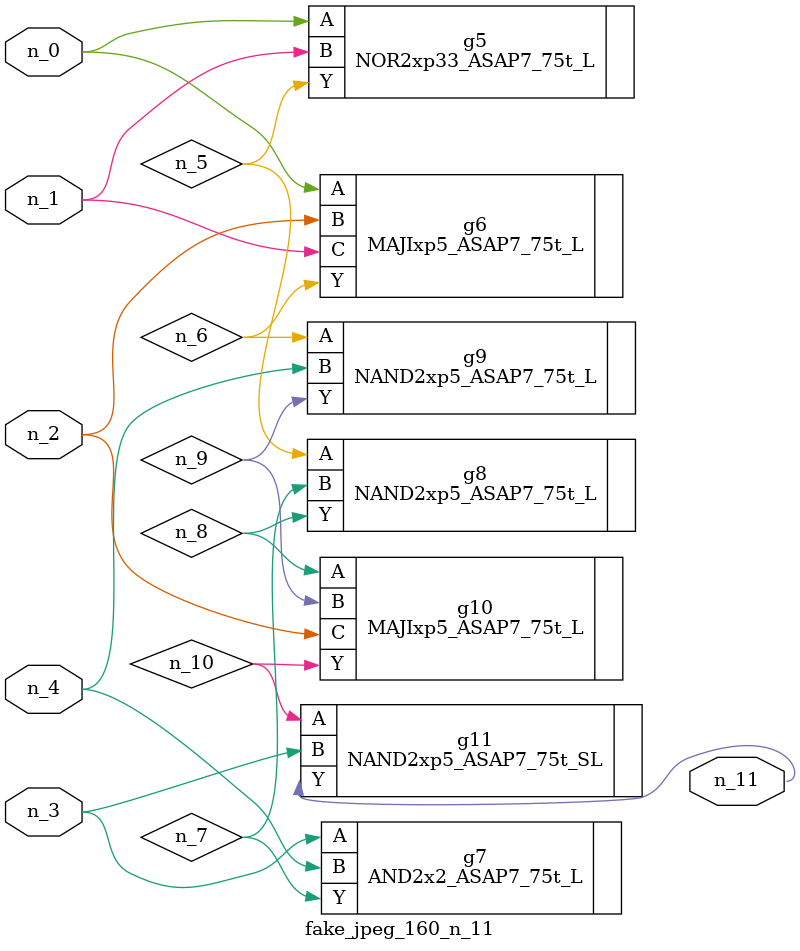
<source format=v>
module fake_jpeg_160_n_11 (n_3, n_2, n_1, n_0, n_4, n_11);

input n_3;
input n_2;
input n_1;
input n_0;
input n_4;

output n_11;

wire n_10;
wire n_8;
wire n_9;
wire n_6;
wire n_5;
wire n_7;

NOR2xp33_ASAP7_75t_L g5 ( 
.A(n_0),
.B(n_1),
.Y(n_5)
);

MAJIxp5_ASAP7_75t_L g6 ( 
.A(n_0),
.B(n_2),
.C(n_1),
.Y(n_6)
);

AND2x2_ASAP7_75t_L g7 ( 
.A(n_3),
.B(n_4),
.Y(n_7)
);

NAND2xp5_ASAP7_75t_L g8 ( 
.A(n_5),
.B(n_7),
.Y(n_8)
);

MAJIxp5_ASAP7_75t_L g10 ( 
.A(n_8),
.B(n_9),
.C(n_2),
.Y(n_10)
);

NAND2xp5_ASAP7_75t_L g9 ( 
.A(n_6),
.B(n_4),
.Y(n_9)
);

NAND2xp5_ASAP7_75t_SL g11 ( 
.A(n_10),
.B(n_3),
.Y(n_11)
);


endmodule
</source>
